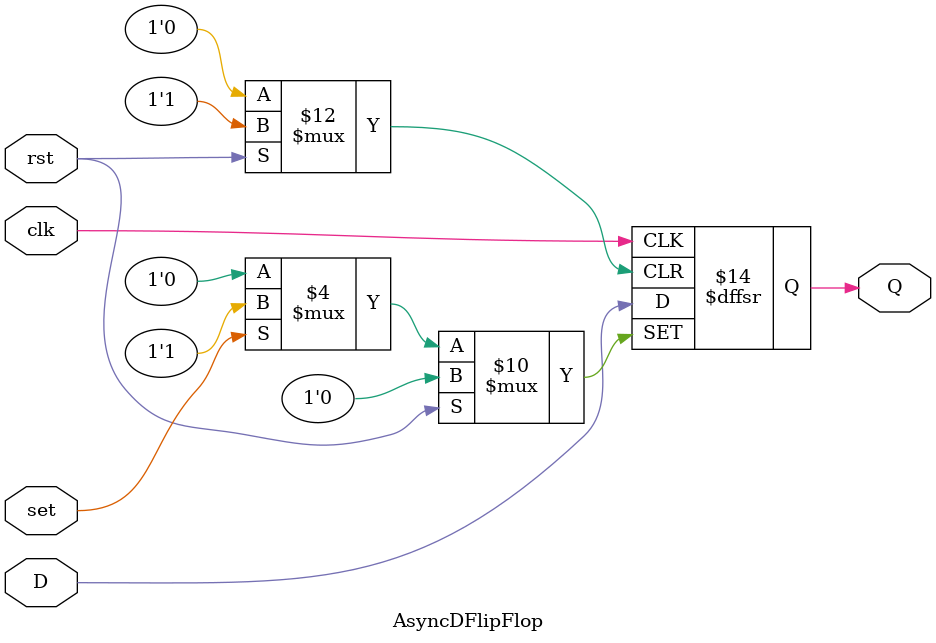
<source format=v>
`timescale 1ns / 1ps


module AsyncDFlipFlop (
    input wire D,
    input wire clk,
    input wire rst,
    input wire set,
    output reg Q
);
always @(posedge clk or posedge rst or posedge set) begin
    if (rst)
        Q <= 0; // Reset Q clear
    else if (set)
        Q <= 1; // Set Q = 1
    else
        Q <= D;
end
endmodule

</source>
